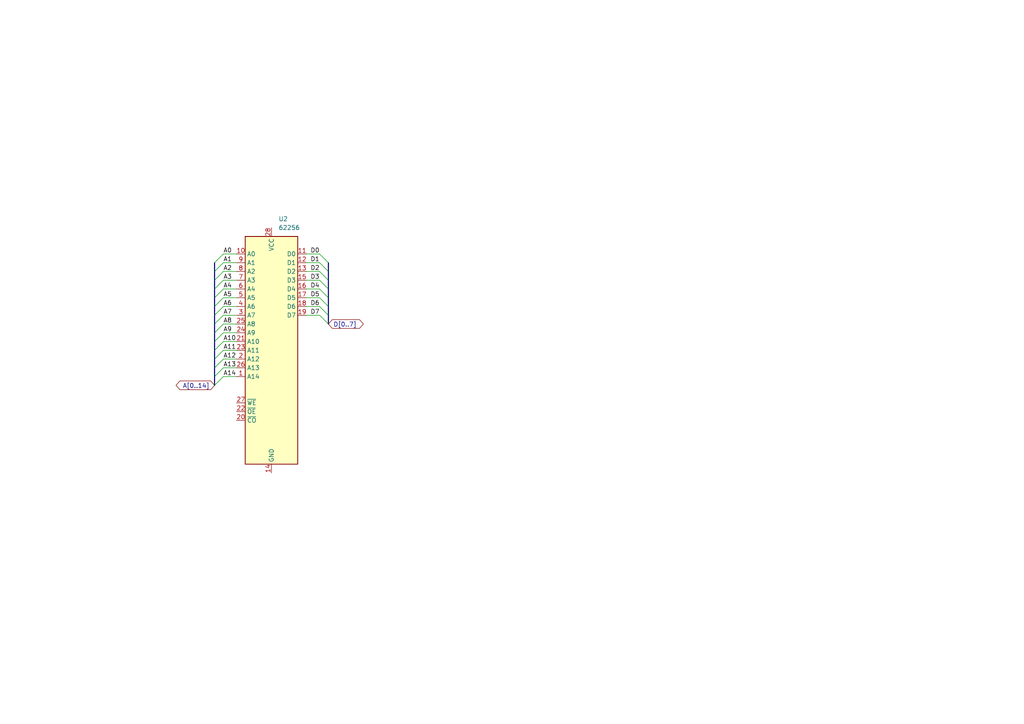
<source format=kicad_sch>
(kicad_sch (version 20211123) (generator eeschema)
  (paper "A4")
  (lib_symbols
    (symbol "micro_controller:62256"
      (property "Reference" "U" (at 0 1.27 0))
      (property "Value" "62256" (at 0 -1.27 0))
      (symbol "62256_1_1"
        (rectangle (start -7.62 33.02) (end 7.62 -33.02) (stroke (width 0.254)) (fill (type background)))
        (pin bidirectional line (at -10.16 -7.62 0) (length 2.54) (name "A14") (number "1"))
        (pin bidirectional line (at -10.16 27.94 0) (length 2.54) (name "A0") (number "10"))
        (pin bidirectional line (at 10.16 27.94 180) (length 2.54) (name "D0") (number "11"))
        (pin bidirectional line (at 10.16 25.4 180) (length 2.54) (name "D1") (number "12"))
        (pin bidirectional line (at 10.16 22.86 180) (length 2.54) (name "D2") (number "13"))
        (pin power_in line (at 0 -35.56 90) (length 2.54) (name "GND") (number "14"))
        (pin bidirectional line (at 10.16 20.32 180) (length 2.54) (name "D3") (number "15"))
        (pin bidirectional line (at 10.16 17.78 180) (length 2.54) (name "D4") (number "16"))
        (pin bidirectional line (at 10.16 15.24 180) (length 2.54) (name "D5") (number "17"))
        (pin bidirectional line (at 10.16 12.7 180) (length 2.54) (name "D6") (number "18"))
        (pin bidirectional line (at 10.16 10.16 180) (length 2.54) (name "D7") (number "19"))
        (pin bidirectional line (at -10.16 -2.54 0) (length 2.54) (name "A12") (number "2"))
        (pin input line (at -10.16 -20.32 0) (length 2.54) (name "~{CO}") (number "20"))
        (pin bidirectional line (at -10.16 2.54 0) (length 2.54) (name "A10") (number "21"))
        (pin input line (at -10.16 -17.78 0) (length 2.54) (name "~{OE}") (number "22"))
        (pin bidirectional line (at -10.16 0 0) (length 2.54) (name "A11") (number "23"))
        (pin bidirectional line (at -10.16 5.08 0) (length 2.54) (name "A9") (number "24"))
        (pin bidirectional line (at -10.16 7.62 0) (length 2.54) (name "A8") (number "25"))
        (pin bidirectional line (at -10.16 -5.08 0) (length 2.54) (name "A13") (number "26"))
        (pin input line (at -10.16 -15.24 0) (length 2.54) (name "~{WE}") (number "27"))
        (pin power_in line (at 0 35.56 270) (length 2.54) (name "VCC") (number "28"))
        (pin bidirectional line (at -10.16 10.16 0) (length 2.54) (name "A7") (number "3"))
        (pin bidirectional line (at -10.16 12.7 0) (length 2.54) (name "A6") (number "4"))
        (pin bidirectional line (at -10.16 15.24 0) (length 2.54) (name "A5") (number "5"))
        (pin bidirectional line (at -10.16 17.78 0) (length 2.54) (name "A4") (number "6"))
        (pin bidirectional line (at -10.16 20.32 0) (length 2.54) (name "A3") (number "7"))
        (pin bidirectional line (at -10.16 22.86 0) (length 2.54) (name "A2") (number "8"))
        (pin bidirectional line (at -10.16 25.4 0) (length 2.54) (name "A1") (number "9"))
      )
    )
  )
  (bus_entry (at 64.77 109.22) (size -2.54 2.54))
  (bus_entry (at 64.77 73.66) (size -2.54 2.54))
  (bus_entry (at 64.77 96.52) (size -2.54 2.54))
  (bus_entry (at 92.71 86.36) (size 2.54 2.54))
  (bus_entry (at 64.77 93.98) (size -2.54 2.54))
  (bus_entry (at 92.71 78.74) (size 2.54 2.54))
  (bus_entry (at 64.77 81.28) (size -2.54 2.54))
  (bus_entry (at 64.77 88.9) (size -2.54 2.54))
  (bus_entry (at 64.77 78.74) (size -2.54 2.54))
  (bus_entry (at 92.71 73.66) (size 2.54 2.54))
  (bus_entry (at 92.71 76.2) (size 2.54 2.54))
  (bus_entry (at 64.77 106.68) (size -2.54 2.54))
  (bus_entry (at 92.71 88.9) (size 2.54 2.54))
  (bus_entry (at 64.77 99.06) (size -2.54 2.54))
  (bus_entry (at 92.71 83.82) (size 2.54 2.54))
  (bus_entry (at 64.77 83.82) (size -2.54 2.54))
  (bus_entry (at 92.71 81.28) (size 2.54 2.54))
  (bus_entry (at 92.71 91.44) (size 2.54 2.54))
  (bus_entry (at 64.77 86.36) (size -2.54 2.54))
  (bus_entry (at 64.77 76.2) (size -2.54 2.54))
  (bus_entry (at 64.77 104.14) (size -2.54 2.54))
  (bus_entry (at 64.77 101.6) (size -2.54 2.54))
  (bus_entry (at 64.77 91.44) (size -2.54 2.54))
  (bus (pts (xy 62.23 104.14) (xy 62.23 106.68)))
  (wire (pts (xy 88.9 83.82) (xy 92.71 83.82)))
  (wire (pts (xy 64.77 99.06) (xy 68.58 99.06)))
  (wire (pts (xy 64.77 93.98) (xy 68.58 93.98)))
  (bus (pts (xy 62.23 109.22) (xy 62.23 111.76)))
  (wire (pts (xy 64.77 78.74) (xy 68.58 78.74)))
  (bus (pts (xy 62.23 88.9) (xy 62.23 91.44)))
  (bus (pts (xy 62.23 76.2) (xy 62.23 78.74)))
  (wire (pts (xy 64.77 83.82) (xy 68.58 83.82)))
  (wire (pts (xy 88.9 91.44) (xy 92.71 91.44)))
  (bus (pts (xy 95.25 78.74) (xy 95.25 81.28)))
  (wire (pts (xy 64.77 109.22) (xy 68.58 109.22)))
  (bus (pts (xy 62.23 83.82) (xy 62.23 86.36)))
  (wire (pts (xy 88.9 73.66) (xy 92.71 73.66)))
  (wire (pts (xy 64.77 96.52) (xy 68.58 96.52)))
  (bus (pts (xy 62.23 106.68) (xy 62.23 109.22)))
  (bus (pts (xy 62.23 93.98) (xy 62.23 96.52)))
  (bus (pts (xy 95.25 86.36) (xy 95.25 88.9)))
  (wire (pts (xy 88.9 76.2) (xy 92.71 76.2)))
  (bus (pts (xy 95.25 83.82) (xy 95.25 86.36)))
  (wire (pts (xy 64.77 73.66) (xy 68.58 73.66)))
  (bus (pts (xy 95.25 76.2) (xy 95.25 78.74)))
  (wire (pts (xy 64.77 88.9) (xy 68.58 88.9)))
  (bus (pts (xy 95.25 88.9) (xy 95.25 91.44)))
  (wire (pts (xy 88.9 88.9) (xy 92.71 88.9)))
  (wire (pts (xy 64.77 106.68) (xy 68.58 106.68)))
  (bus (pts (xy 95.25 91.44) (xy 95.25 93.98)))
  (bus (pts (xy 62.23 91.44) (xy 62.23 93.98)))
  (wire (pts (xy 64.77 81.28) (xy 68.58 81.28)))
  (wire (pts (xy 64.77 91.44) (xy 68.58 91.44)))
  (bus (pts (xy 62.23 86.36) (xy 62.23 88.9)))
  (bus (pts (xy 95.25 81.28) (xy 95.25 83.82)))
  (wire (pts (xy 88.9 78.74) (xy 92.71 78.74)))
  (bus (pts (xy 62.23 99.06) (xy 62.23 101.6)))
  (wire (pts (xy 64.77 104.14) (xy 68.58 104.14)))
  (bus (pts (xy 62.23 101.6) (xy 62.23 104.14)))
  (wire (pts (xy 88.9 86.36) (xy 92.71 86.36)))
  (bus (pts (xy 62.23 81.28) (xy 62.23 83.82)))
  (wire (pts (xy 64.77 86.36) (xy 68.58 86.36)))
  (bus (pts (xy 62.23 96.52) (xy 62.23 99.06)))
  (bus (pts (xy 62.23 78.74) (xy 62.23 81.28)))
  (wire (pts (xy 88.9 81.28) (xy 92.71 81.28)))
  (wire (pts (xy 64.77 101.6) (xy 68.58 101.6)))
  (wire (pts (xy 64.77 76.2) (xy 68.58 76.2)))
  (label "A0" (at 64.77 73.66 0))
  (label "D5" (at 92.71 86.36 180))
  (label "A10" (at 64.77 99.06 0))
  (label "A3" (at 64.77 81.28 0))
  (label "D0" (at 92.71 73.66 180))
  (label "A9" (at 64.77 96.52 0))
  (label "D4" (at 92.71 83.82 180))
  (label "D7" (at 92.71 91.44 180))
  (label "A7" (at 64.77 91.44 0))
  (label "A5" (at 64.77 86.36 0))
  (label "D1" (at 92.71 76.2 180))
  (label "A2" (at 64.77 78.74 0))
  (label "D3" (at 92.71 81.28 180))
  (label "A12" (at 64.77 104.14 0))
  (label "A8" (at 64.77 93.98 0))
  (label "A11" (at 64.77 101.6 0))
  (label "A4" (at 64.77 83.82 0))
  (label "D2" (at 92.71 78.74 180))
  (label "D6" (at 92.71 88.9 180))
  (label "A6" (at 64.77 88.9 0))
  (label "A14" (at 64.77 109.22 0))
  (label "A1" (at 64.77 76.2 0))
  (label "A13" (at 64.77 106.68 0))
  (global_label "D[0..7]" (shape bidirectional) (at 95.25 93.98 0) (property "Intersheet References" "${INTERSHEET_REFS}" (effects hide)))
  (global_label "A[0..14]" (shape bidirectional) (at 62.23 111.76 180) (property "Intersheet References" "${INTERSHEET_REFS}" (effects hide)))
  (symbol (lib_id "micro_controller:62256") (at 78.74 101.6 0) (unit 1)
    (property "Reference" "U2" (at 80.7594 63.5 0) (effects (justify left)))
    (property "Value" "62256" (at 80.7594 66.04 0) (effects (justify left)))
  )
)
</source>
